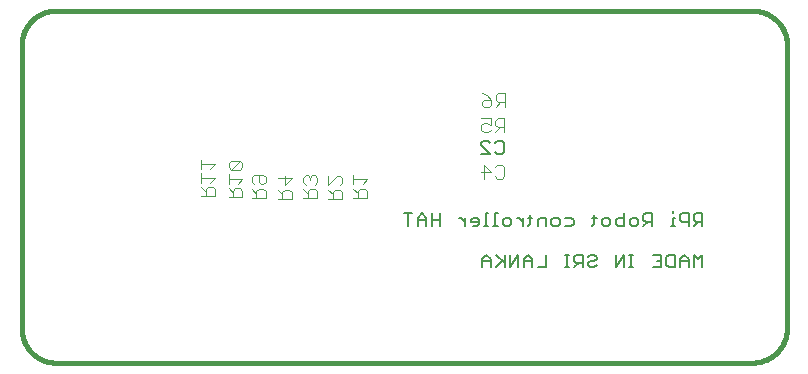
<source format=gbo>
G75*
%MOIN*%
%OFA0B0*%
%FSLAX25Y25*%
%IPPOS*%
%LPD*%
%AMOC8*
5,1,8,0,0,1.08239X$1,22.5*
%
%ADD10C,0.01600*%
%ADD11C,0.00800*%
%ADD12C,0.00500*%
%ADD13C,0.00400*%
D10*
X0015799Y0007181D02*
X0247431Y0007181D01*
X0259424Y0018440D02*
X0259424Y0112975D01*
X0259420Y0113257D01*
X0259410Y0113540D01*
X0259393Y0113822D01*
X0259368Y0114104D01*
X0259337Y0114385D01*
X0259299Y0114665D01*
X0259254Y0114944D01*
X0259202Y0115222D01*
X0259144Y0115499D01*
X0259078Y0115774D01*
X0259006Y0116048D01*
X0258928Y0116319D01*
X0258842Y0116589D01*
X0258750Y0116856D01*
X0258652Y0117121D01*
X0258547Y0117384D01*
X0258435Y0117644D01*
X0258318Y0117901D01*
X0258194Y0118155D01*
X0258063Y0118406D01*
X0257927Y0118654D01*
X0257785Y0118898D01*
X0257636Y0119139D01*
X0257482Y0119376D01*
X0257322Y0119609D01*
X0257157Y0119839D01*
X0256986Y0120064D01*
X0256809Y0120285D01*
X0256627Y0120501D01*
X0256440Y0120713D01*
X0256247Y0120920D01*
X0256050Y0121123D01*
X0255848Y0121320D01*
X0255641Y0121513D01*
X0255429Y0121700D01*
X0255213Y0121882D01*
X0254992Y0122059D01*
X0254767Y0122231D01*
X0254538Y0122396D01*
X0254305Y0122557D01*
X0254068Y0122711D01*
X0253827Y0122859D01*
X0253583Y0123002D01*
X0253335Y0123138D01*
X0253084Y0123269D01*
X0252830Y0123393D01*
X0252573Y0123511D01*
X0252314Y0123623D01*
X0252051Y0123728D01*
X0251786Y0123827D01*
X0251519Y0123919D01*
X0251249Y0124004D01*
X0250978Y0124084D01*
X0250704Y0124156D01*
X0250429Y0124221D01*
X0250153Y0124280D01*
X0249875Y0124332D01*
X0249596Y0124377D01*
X0249315Y0124416D01*
X0249034Y0124447D01*
X0248753Y0124472D01*
X0248470Y0124489D01*
X0248188Y0124500D01*
X0247905Y0124504D01*
X0015709Y0124504D01*
X0015433Y0124500D01*
X0015157Y0124490D01*
X0014881Y0124473D01*
X0014606Y0124449D01*
X0014332Y0124419D01*
X0014058Y0124382D01*
X0013785Y0124339D01*
X0013514Y0124289D01*
X0013244Y0124232D01*
X0012975Y0124169D01*
X0012708Y0124099D01*
X0012442Y0124023D01*
X0012179Y0123941D01*
X0011917Y0123852D01*
X0011658Y0123757D01*
X0011401Y0123655D01*
X0011147Y0123548D01*
X0010895Y0123434D01*
X0010647Y0123314D01*
X0010401Y0123188D01*
X0010158Y0123057D01*
X0009919Y0122919D01*
X0009683Y0122776D01*
X0009450Y0122627D01*
X0009221Y0122473D01*
X0008996Y0122313D01*
X0008775Y0122147D01*
X0008558Y0121977D01*
X0008345Y0121801D01*
X0008137Y0121620D01*
X0007932Y0121434D01*
X0007733Y0121243D01*
X0007538Y0121048D01*
X0007348Y0120847D01*
X0007163Y0120643D01*
X0006982Y0120433D01*
X0006807Y0120220D01*
X0006638Y0120002D01*
X0006473Y0119781D01*
X0006314Y0119555D01*
X0006160Y0119325D01*
X0006012Y0119092D01*
X0005870Y0118856D01*
X0005733Y0118616D01*
X0005602Y0118373D01*
X0005478Y0118126D01*
X0005359Y0117877D01*
X0005246Y0117625D01*
X0005139Y0117370D01*
X0005039Y0117113D01*
X0004945Y0116854D01*
X0004857Y0116592D01*
X0004775Y0116328D01*
X0004700Y0116062D01*
X0004631Y0115795D01*
X0004569Y0115526D01*
X0004513Y0115256D01*
X0004464Y0114984D01*
X0004422Y0114711D01*
X0004386Y0114437D01*
X0004357Y0114163D01*
X0004334Y0113888D01*
X0004318Y0113612D01*
X0004309Y0113336D01*
X0004306Y0113060D01*
X0004306Y0018474D01*
X0004312Y0018199D01*
X0004325Y0017924D01*
X0004344Y0017649D01*
X0004369Y0017375D01*
X0004402Y0017102D01*
X0004440Y0016829D01*
X0004486Y0016557D01*
X0004538Y0016287D01*
X0004596Y0016018D01*
X0004661Y0015750D01*
X0004733Y0015485D01*
X0004811Y0015221D01*
X0004895Y0014958D01*
X0004985Y0014698D01*
X0005082Y0014441D01*
X0005185Y0014185D01*
X0005294Y0013933D01*
X0005410Y0013682D01*
X0005531Y0013435D01*
X0005658Y0013191D01*
X0005791Y0012950D01*
X0005930Y0012712D01*
X0006074Y0012478D01*
X0006224Y0012247D01*
X0006380Y0012020D01*
X0006541Y0011797D01*
X0006707Y0011577D01*
X0006879Y0011362D01*
X0007056Y0011151D01*
X0007238Y0010944D01*
X0007425Y0010742D01*
X0007616Y0010545D01*
X0007813Y0010352D01*
X0008014Y0010163D01*
X0008219Y0009980D01*
X0008429Y0009802D01*
X0008643Y0009629D01*
X0008861Y0009461D01*
X0009084Y0009298D01*
X0009310Y0009141D01*
X0009539Y0008990D01*
X0009773Y0008844D01*
X0010010Y0008703D01*
X0010250Y0008569D01*
X0010493Y0008440D01*
X0010740Y0008317D01*
X0010989Y0008200D01*
X0011241Y0008089D01*
X0011496Y0007985D01*
X0011753Y0007886D01*
X0012012Y0007794D01*
X0012274Y0007708D01*
X0012537Y0007629D01*
X0012803Y0007555D01*
X0013070Y0007489D01*
X0013338Y0007428D01*
X0013608Y0007374D01*
X0013880Y0007327D01*
X0014152Y0007287D01*
X0014425Y0007252D01*
X0014699Y0007225D01*
X0014974Y0007204D01*
X0015248Y0007190D01*
X0015524Y0007182D01*
X0015799Y0007181D01*
X0247432Y0007181D02*
X0247713Y0007175D01*
X0247994Y0007177D01*
X0248275Y0007185D01*
X0248555Y0007200D01*
X0248836Y0007221D01*
X0249115Y0007250D01*
X0249394Y0007285D01*
X0249672Y0007327D01*
X0249949Y0007375D01*
X0250225Y0007431D01*
X0250499Y0007493D01*
X0250771Y0007561D01*
X0251042Y0007636D01*
X0251311Y0007718D01*
X0251578Y0007806D01*
X0251843Y0007901D01*
X0252105Y0008001D01*
X0252365Y0008109D01*
X0252622Y0008222D01*
X0252877Y0008342D01*
X0253128Y0008468D01*
X0253376Y0008599D01*
X0253621Y0008737D01*
X0253863Y0008881D01*
X0254101Y0009030D01*
X0254336Y0009185D01*
X0254566Y0009346D01*
X0254793Y0009512D01*
X0255015Y0009684D01*
X0255234Y0009861D01*
X0255448Y0010043D01*
X0255657Y0010231D01*
X0255862Y0010423D01*
X0256062Y0010620D01*
X0256258Y0010822D01*
X0256448Y0011029D01*
X0256634Y0011240D01*
X0256814Y0011456D01*
X0256989Y0011676D01*
X0257159Y0011900D01*
X0257323Y0012128D01*
X0257481Y0012361D01*
X0257634Y0012596D01*
X0257781Y0012836D01*
X0257923Y0013079D01*
X0258058Y0013325D01*
X0258188Y0013575D01*
X0258311Y0013827D01*
X0258428Y0014083D01*
X0258539Y0014341D01*
X0258644Y0014602D01*
X0258743Y0014865D01*
X0258835Y0015131D01*
X0258920Y0015398D01*
X0258999Y0015668D01*
X0259072Y0015940D01*
X0259138Y0016213D01*
X0259197Y0016488D01*
X0259250Y0016764D01*
X0259296Y0017041D01*
X0259335Y0017319D01*
X0259368Y0017598D01*
X0259394Y0017878D01*
X0259413Y0018159D01*
X0259425Y0018440D01*
D11*
X0231243Y0038980D02*
X0231243Y0043184D01*
X0229842Y0041782D01*
X0228441Y0043184D01*
X0228441Y0038980D01*
X0226639Y0038980D02*
X0226639Y0041782D01*
X0225238Y0043184D01*
X0223837Y0041782D01*
X0223837Y0038980D01*
X0222035Y0038980D02*
X0219933Y0038980D01*
X0219233Y0039681D01*
X0219233Y0042483D01*
X0219933Y0043184D01*
X0222035Y0043184D01*
X0222035Y0038980D01*
X0217431Y0038980D02*
X0214629Y0038980D01*
X0217431Y0038980D02*
X0217431Y0043184D01*
X0214629Y0043184D01*
X0216030Y0041082D02*
X0217431Y0041082D01*
X0223837Y0041082D02*
X0226639Y0041082D01*
X0208223Y0043184D02*
X0206822Y0043184D01*
X0207523Y0043184D02*
X0207523Y0038980D01*
X0208223Y0038980D02*
X0206822Y0038980D01*
X0205154Y0038980D02*
X0205154Y0043184D01*
X0202352Y0038980D01*
X0202352Y0043184D01*
X0195946Y0042483D02*
X0195946Y0041782D01*
X0195246Y0041082D01*
X0193844Y0041082D01*
X0193144Y0040381D01*
X0193144Y0039681D01*
X0193844Y0038980D01*
X0195246Y0038980D01*
X0195946Y0039681D01*
X0191342Y0040381D02*
X0189241Y0040381D01*
X0188540Y0041082D01*
X0188540Y0042483D01*
X0189241Y0043184D01*
X0191342Y0043184D01*
X0191342Y0038980D01*
X0189941Y0040381D02*
X0188540Y0038980D01*
X0186738Y0038980D02*
X0185337Y0038980D01*
X0186038Y0038980D02*
X0186038Y0043184D01*
X0186738Y0043184D02*
X0185337Y0043184D01*
X0179065Y0043184D02*
X0179065Y0038980D01*
X0176263Y0038980D01*
X0174461Y0038980D02*
X0174461Y0041782D01*
X0173060Y0043184D01*
X0171659Y0041782D01*
X0171659Y0038980D01*
X0169857Y0038980D02*
X0169857Y0043184D01*
X0167055Y0038980D01*
X0167055Y0043184D01*
X0165253Y0043184D02*
X0165253Y0038980D01*
X0165253Y0040381D02*
X0162451Y0043184D01*
X0160649Y0041782D02*
X0159248Y0043184D01*
X0157847Y0041782D01*
X0157847Y0038980D01*
X0160649Y0038980D02*
X0160649Y0041782D01*
X0160649Y0041082D02*
X0157847Y0041082D01*
X0162451Y0038980D02*
X0164553Y0041082D01*
X0171659Y0041082D02*
X0174461Y0041082D01*
X0193144Y0042483D02*
X0193844Y0043184D01*
X0195246Y0043184D01*
X0195946Y0042483D01*
X0194545Y0052736D02*
X0195246Y0053437D01*
X0195246Y0056239D01*
X0195946Y0055538D02*
X0194545Y0055538D01*
X0197748Y0054838D02*
X0197748Y0053437D01*
X0198448Y0052736D01*
X0199850Y0052736D01*
X0200550Y0053437D01*
X0200550Y0054838D01*
X0199850Y0055538D01*
X0198448Y0055538D01*
X0197748Y0054838D01*
X0202352Y0054838D02*
X0202352Y0053437D01*
X0203052Y0052736D01*
X0205154Y0052736D01*
X0205154Y0056940D01*
X0205154Y0055538D02*
X0203052Y0055538D01*
X0202352Y0054838D01*
X0206956Y0054838D02*
X0206956Y0053437D01*
X0207656Y0052736D01*
X0209057Y0052736D01*
X0209758Y0053437D01*
X0209758Y0054838D01*
X0209057Y0055538D01*
X0207656Y0055538D01*
X0206956Y0054838D01*
X0211560Y0054838D02*
X0211560Y0056239D01*
X0212260Y0056940D01*
X0214362Y0056940D01*
X0214362Y0052736D01*
X0214362Y0054137D02*
X0212260Y0054137D01*
X0211560Y0054838D01*
X0212961Y0054137D02*
X0211560Y0052736D01*
X0220634Y0052736D02*
X0222035Y0052736D01*
X0221335Y0052736D02*
X0221335Y0055538D01*
X0222035Y0055538D01*
X0221335Y0056940D02*
X0221335Y0057640D01*
X0223837Y0056239D02*
X0223837Y0054838D01*
X0224537Y0054137D01*
X0226639Y0054137D01*
X0226639Y0052736D02*
X0226639Y0056940D01*
X0224537Y0056940D01*
X0223837Y0056239D01*
X0228441Y0056239D02*
X0228441Y0054838D01*
X0229141Y0054137D01*
X0231243Y0054137D01*
X0231243Y0052736D02*
X0231243Y0056940D01*
X0229141Y0056940D01*
X0228441Y0056239D01*
X0229842Y0054137D02*
X0228441Y0052736D01*
X0188273Y0053437D02*
X0187572Y0052736D01*
X0185471Y0052736D01*
X0183669Y0053437D02*
X0182969Y0052736D01*
X0181567Y0052736D01*
X0180867Y0053437D01*
X0180867Y0054838D01*
X0181567Y0055538D01*
X0182969Y0055538D01*
X0183669Y0054838D01*
X0183669Y0053437D01*
X0185471Y0055538D02*
X0187572Y0055538D01*
X0188273Y0054838D01*
X0188273Y0053437D01*
X0179065Y0052736D02*
X0179065Y0055538D01*
X0176963Y0055538D01*
X0176263Y0054838D01*
X0176263Y0052736D01*
X0173761Y0053437D02*
X0173060Y0052736D01*
X0173761Y0053437D02*
X0173761Y0056239D01*
X0174461Y0055538D02*
X0173060Y0055538D01*
X0171392Y0055538D02*
X0171392Y0052736D01*
X0171392Y0054137D02*
X0169991Y0055538D01*
X0169290Y0055538D01*
X0167555Y0054838D02*
X0167555Y0053437D01*
X0166855Y0052736D01*
X0165454Y0052736D01*
X0164753Y0053437D01*
X0164753Y0054838D01*
X0165454Y0055538D01*
X0166855Y0055538D01*
X0167555Y0054838D01*
X0162951Y0056940D02*
X0162251Y0056940D01*
X0162251Y0052736D01*
X0162951Y0052736D02*
X0161550Y0052736D01*
X0159882Y0052736D02*
X0158481Y0052736D01*
X0159182Y0052736D02*
X0159182Y0056940D01*
X0159882Y0056940D01*
X0156813Y0054838D02*
X0156112Y0055538D01*
X0154711Y0055538D01*
X0154011Y0054838D01*
X0154011Y0054137D01*
X0156813Y0054137D01*
X0156813Y0053437D02*
X0156813Y0054838D01*
X0156813Y0053437D02*
X0156112Y0052736D01*
X0154711Y0052736D01*
X0152209Y0052736D02*
X0152209Y0055538D01*
X0152209Y0054137D02*
X0150808Y0055538D01*
X0150107Y0055538D01*
X0143768Y0054838D02*
X0140966Y0054838D01*
X0139165Y0054838D02*
X0136362Y0054838D01*
X0136362Y0055538D02*
X0136362Y0052736D01*
X0139165Y0052736D02*
X0139165Y0055538D01*
X0137763Y0056940D01*
X0136362Y0055538D01*
X0134561Y0056940D02*
X0131758Y0056940D01*
X0133159Y0056940D02*
X0133159Y0052736D01*
X0140966Y0052736D02*
X0140966Y0056940D01*
X0143768Y0056940D02*
X0143768Y0052736D01*
D12*
X0157499Y0076591D02*
X0160502Y0076591D01*
X0157499Y0079594D01*
X0157499Y0080344D01*
X0158250Y0081095D01*
X0159751Y0081095D01*
X0160502Y0080344D01*
X0162103Y0080344D02*
X0162854Y0081095D01*
X0164355Y0081095D01*
X0165106Y0080344D01*
X0165106Y0077342D01*
X0164355Y0076591D01*
X0162854Y0076591D01*
X0162103Y0077342D01*
D13*
X0162891Y0073096D02*
X0164425Y0073096D01*
X0165192Y0072329D01*
X0165192Y0069259D01*
X0164425Y0068492D01*
X0162891Y0068492D01*
X0162123Y0069259D01*
X0160589Y0070794D02*
X0157519Y0070794D01*
X0158287Y0073096D02*
X0160589Y0070794D01*
X0162123Y0072329D02*
X0162891Y0073096D01*
X0158287Y0073096D02*
X0158287Y0068492D01*
X0158329Y0084039D02*
X0159863Y0084039D01*
X0160631Y0084806D01*
X0160631Y0086341D02*
X0159096Y0087108D01*
X0158329Y0087108D01*
X0157561Y0086341D01*
X0157561Y0084806D01*
X0158329Y0084039D01*
X0162165Y0084039D02*
X0163700Y0085573D01*
X0162933Y0085573D02*
X0165234Y0085573D01*
X0165234Y0084039D02*
X0165234Y0088643D01*
X0162933Y0088643D01*
X0162165Y0087875D01*
X0162165Y0086341D01*
X0162933Y0085573D01*
X0160631Y0086341D02*
X0160631Y0088643D01*
X0157561Y0088643D01*
X0158509Y0092429D02*
X0157741Y0093196D01*
X0157741Y0093964D01*
X0158509Y0094731D01*
X0160811Y0094731D01*
X0160811Y0093196D01*
X0160043Y0092429D01*
X0158509Y0092429D01*
X0162345Y0092429D02*
X0163880Y0093964D01*
X0163113Y0093964D02*
X0165414Y0093964D01*
X0165414Y0092429D02*
X0165414Y0097033D01*
X0163113Y0097033D01*
X0162345Y0096266D01*
X0162345Y0094731D01*
X0163113Y0093964D01*
X0160811Y0094731D02*
X0159276Y0096266D01*
X0157741Y0097033D01*
X0114864Y0069813D02*
X0114864Y0066744D01*
X0114864Y0068279D02*
X0119468Y0068279D01*
X0117933Y0066744D01*
X0117166Y0065209D02*
X0116399Y0064442D01*
X0116399Y0062140D01*
X0114864Y0062140D02*
X0119468Y0062140D01*
X0119468Y0064442D01*
X0118701Y0065209D01*
X0117166Y0065209D01*
X0116399Y0063675D02*
X0114864Y0065209D01*
X0111082Y0064028D02*
X0110315Y0064795D01*
X0108780Y0064795D01*
X0108013Y0064028D01*
X0108013Y0061726D01*
X0108013Y0063261D02*
X0106478Y0064795D01*
X0102787Y0064237D02*
X0102019Y0065004D01*
X0100485Y0065004D01*
X0099717Y0064237D01*
X0099717Y0061935D01*
X0098183Y0061935D02*
X0102787Y0061935D01*
X0102787Y0064237D01*
X0099717Y0063470D02*
X0098183Y0065004D01*
X0098950Y0066539D02*
X0098183Y0067306D01*
X0098183Y0068841D01*
X0098950Y0069608D01*
X0099717Y0069608D01*
X0100485Y0068841D01*
X0100485Y0068074D01*
X0100485Y0068841D02*
X0101252Y0069608D01*
X0102019Y0069608D01*
X0102787Y0068841D01*
X0102787Y0067306D01*
X0102019Y0066539D01*
X0106478Y0066330D02*
X0109548Y0069399D01*
X0110315Y0069399D01*
X0111082Y0068632D01*
X0111082Y0067097D01*
X0110315Y0066330D01*
X0111082Y0064028D02*
X0111082Y0061726D01*
X0106478Y0061726D01*
X0106478Y0066330D02*
X0106478Y0069399D01*
X0094253Y0068715D02*
X0091951Y0066413D01*
X0091951Y0069482D01*
X0089649Y0068715D02*
X0094253Y0068715D01*
X0093486Y0064878D02*
X0091951Y0064878D01*
X0091184Y0064111D01*
X0091184Y0061809D01*
X0091184Y0063344D02*
X0089649Y0064878D01*
X0093486Y0064878D02*
X0094253Y0064111D01*
X0094253Y0061809D01*
X0089649Y0061809D01*
X0085613Y0062026D02*
X0085613Y0064328D01*
X0084846Y0065095D01*
X0083311Y0065095D01*
X0082544Y0064328D01*
X0082544Y0062026D01*
X0082544Y0063561D02*
X0081009Y0065095D01*
X0081777Y0066630D02*
X0081009Y0067397D01*
X0081009Y0068932D01*
X0081777Y0069699D01*
X0084846Y0069699D01*
X0085613Y0068932D01*
X0085613Y0067397D01*
X0084846Y0066630D01*
X0084079Y0066630D01*
X0083311Y0067397D01*
X0083311Y0069699D01*
X0077860Y0068397D02*
X0073256Y0068397D01*
X0073256Y0069931D02*
X0073256Y0066862D01*
X0073256Y0065327D02*
X0074790Y0063793D01*
X0074790Y0064560D02*
X0074790Y0062258D01*
X0073256Y0062258D02*
X0077860Y0062258D01*
X0077860Y0064560D01*
X0077092Y0065327D01*
X0075558Y0065327D01*
X0074790Y0064560D01*
X0076325Y0066862D02*
X0077860Y0068397D01*
X0077092Y0071466D02*
X0074023Y0071466D01*
X0077092Y0074535D01*
X0074023Y0074535D01*
X0073256Y0073768D01*
X0073256Y0072233D01*
X0074023Y0071466D01*
X0077092Y0071466D02*
X0077860Y0072233D01*
X0077860Y0073768D01*
X0077092Y0074535D01*
X0068751Y0073363D02*
X0067216Y0071829D01*
X0068751Y0073363D02*
X0064147Y0073363D01*
X0064147Y0071829D02*
X0064147Y0074898D01*
X0064147Y0070294D02*
X0064147Y0067225D01*
X0064147Y0068760D02*
X0068751Y0068760D01*
X0067216Y0067225D01*
X0066449Y0065690D02*
X0065682Y0064923D01*
X0065682Y0062621D01*
X0065682Y0064156D02*
X0064147Y0065690D01*
X0066449Y0065690D02*
X0067984Y0065690D01*
X0068751Y0064923D01*
X0068751Y0062621D01*
X0064147Y0062621D01*
X0081009Y0062026D02*
X0085613Y0062026D01*
M02*

</source>
